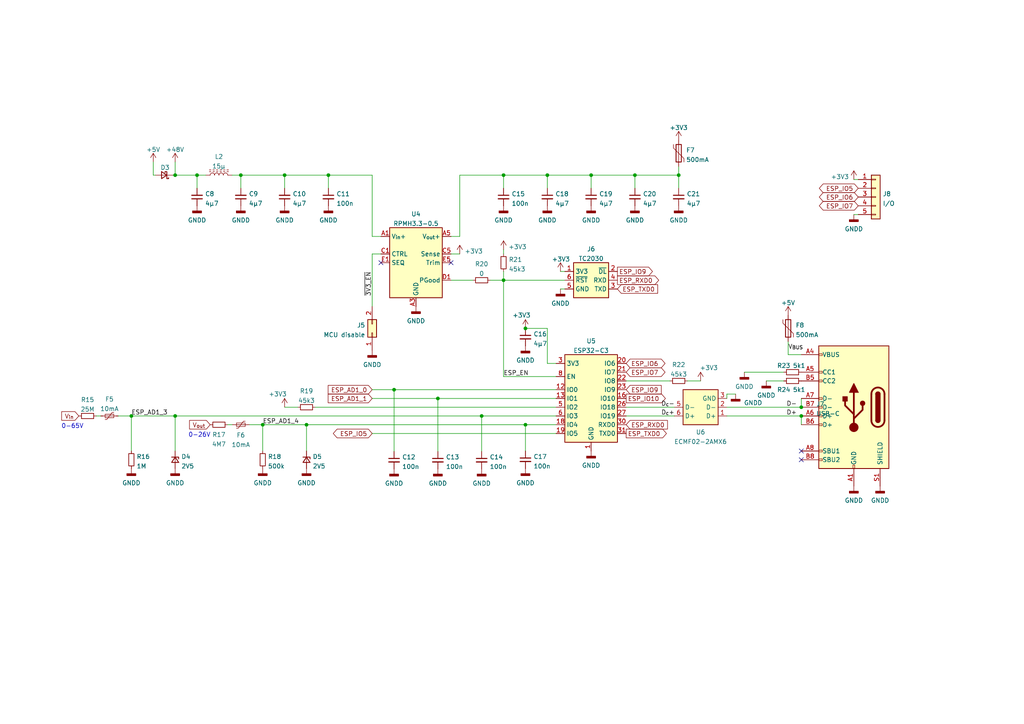
<source format=kicad_sch>
(kicad_sch (version 20211123) (generator eeschema)
  (paper "A4")
  (lib_symbols
    (symbol "Connector:USB_C_Receptacle_USB2.0" (pin_names (offset 1.016))
      (property "Reference" "J" (at -10.16 19.05 0))
      (property "Value" "USB_C_Receptacle_USB2.0" (at 19.05 19.05 0))
      (symbol "USB_C_Receptacle_USB2.0_0_0"
        (rectangle (start -0.254 -17.78) (end 0.254 -16.764))
        (rectangle (start 10.16 -14.986) (end 9.144 -15.494))
        (rectangle (start 10.16 -12.446) (end 9.144 -12.954))
        (rectangle (start 10.16 -4.826) (end 9.144 -5.334))
        (rectangle (start 10.16 -2.286) (end 9.144 -2.794))
        (rectangle (start 10.16 0.254) (end 9.144 -0.254))
        (rectangle (start 10.16 2.794) (end 9.144 2.286))
        (rectangle (start 10.16 7.874) (end 9.144 7.366))
        (rectangle (start 10.16 10.414) (end 9.144 9.906))
        (rectangle (start 10.16 15.494) (end 9.144 14.986))
      )
      (symbol "USB_C_Receptacle_USB2.0_0_1"
        (rectangle (start -10.16 17.78) (end 10.16 -17.78) (stroke (width 0.254)) (fill (type background)))
        (arc (start -8.89 -3.81) (mid -6.985 -5.715) (end -5.08 -3.81) (stroke (width 0.508)))
        (arc (start -7.62 -3.81) (mid -6.985 -4.445) (end -6.35 -3.81) (stroke (width 0.254)))
        (arc (start -7.62 -3.81) (mid -6.985 -4.445) (end -6.35 -3.81) (stroke (width 0.254)) (fill (type outline)))
        (rectangle (start -7.62 -3.81) (end -6.35 3.81) (stroke (width 0.254)) (fill (type outline)))
        (arc (start -6.35 3.81) (mid -6.985 4.445) (end -7.62 3.81) (stroke (width 0.254)))
        (arc (start -6.35 3.81) (mid -6.985 4.445) (end -7.62 3.81) (stroke (width 0.254)) (fill (type outline)))
        (arc (start -5.08 3.81) (mid -6.985 5.715) (end -8.89 3.81) (stroke (width 0.508)))
        (circle (center -2.54 1.143) (radius 0.635) (stroke (width 0.254)) (fill (type outline)))
        (circle (center 0 -5.842) (radius 1.27) (fill (type outline)))
        (polyline (pts (xy -8.89 -3.81) (xy -8.89 3.81)) (stroke (width 0.508)))
        (polyline (pts (xy -5.08 3.81) (xy -5.08 -3.81)) (stroke (width 0.508)))
        (polyline (pts (xy 0 -5.842) (xy 0 4.318)) (stroke (width 0.508)))
        (polyline (pts (xy 0 -3.302) (xy -2.54 -0.762) (xy -2.54 0.508)) (stroke (width 0.508)))
        (polyline (pts (xy 0 -2.032) (xy 2.54 0.508) (xy 2.54 1.778)) (stroke (width 0.508)))
        (polyline (pts (xy -1.27 4.318) (xy 0 6.858) (xy 1.27 4.318) (xy -1.27 4.318)) (stroke (width 0.254)) (fill (type outline)))
        (rectangle (start 1.905 1.778) (end 3.175 3.048) (stroke (width 0.254)) (fill (type outline)))
      )
      (symbol "USB_C_Receptacle_USB2.0_1_1"
        (pin passive line (at 0 -22.86 90) (length 5.08) (name "GND") (number "A1"))
        (pin passive line (at 0 -22.86 90) (length 5.08) hide (name "GND") (number "A12"))
        (pin passive line (at 15.24 15.24 180) (length 5.08) (name "VBUS") (number "A4"))
        (pin bidirectional line (at 15.24 10.16 180) (length 5.08) (name "CC1") (number "A5"))
        (pin bidirectional line (at 15.24 -2.54 180) (length 5.08) (name "D+") (number "A6"))
        (pin bidirectional line (at 15.24 2.54 180) (length 5.08) (name "D-") (number "A7"))
        (pin bidirectional line (at 15.24 -12.7 180) (length 5.08) (name "SBU1") (number "A8"))
        (pin passive line (at 15.24 15.24 180) (length 5.08) hide (name "VBUS") (number "A9"))
        (pin passive line (at 0 -22.86 90) (length 5.08) hide (name "GND") (number "B1"))
        (pin passive line (at 0 -22.86 90) (length 5.08) hide (name "GND") (number "B12"))
        (pin passive line (at 15.24 15.24 180) (length 5.08) hide (name "VBUS") (number "B4"))
        (pin bidirectional line (at 15.24 7.62 180) (length 5.08) (name "CC2") (number "B5"))
        (pin bidirectional line (at 15.24 -5.08 180) (length 5.08) (name "D+") (number "B6"))
        (pin bidirectional line (at 15.24 0 180) (length 5.08) (name "D-") (number "B7"))
        (pin bidirectional line (at 15.24 -15.24 180) (length 5.08) (name "SBU2") (number "B8"))
        (pin passive line (at 15.24 15.24 180) (length 5.08) hide (name "VBUS") (number "B9"))
        (pin passive line (at -7.62 -22.86 90) (length 5.08) (name "SHIELD") (number "S1"))
      )
    )
    (symbol "Connector_Generic:Conn_01x05" (pin_names (offset 1.016) hide)
      (property "Reference" "J" (at 0 7.62 0))
      (property "Value" "Conn_01x05" (at 0 -7.62 0))
      (symbol "Conn_01x05_1_1"
        (rectangle (start -1.27 -4.953) (end 0 -5.207) (stroke (width 0.1524)))
        (rectangle (start -1.27 -2.413) (end 0 -2.667) (stroke (width 0.1524)))
        (rectangle (start -1.27 0.127) (end 0 -0.127) (stroke (width 0.1524)))
        (rectangle (start -1.27 2.667) (end 0 2.413) (stroke (width 0.1524)))
        (rectangle (start -1.27 5.207) (end 0 4.953) (stroke (width 0.1524)))
        (rectangle (start -1.27 6.35) (end 1.27 -6.35) (stroke (width 0.254)) (fill (type background)))
        (pin passive line (at -5.08 5.08 0) (length 3.81) (name "Pin_1") (number "1"))
        (pin passive line (at -5.08 2.54 0) (length 3.81) (name "Pin_2") (number "2"))
        (pin passive line (at -5.08 0 0) (length 3.81) (name "Pin_3") (number "3"))
        (pin passive line (at -5.08 -2.54 0) (length 3.81) (name "Pin_4") (number "4"))
        (pin passive line (at -5.08 -5.08 0) (length 3.81) (name "Pin_5") (number "5"))
      )
    )
    (symbol "Connector_Generic:Conn_02x01" (pin_names (offset 1.016) hide)
      (property "Reference" "J" (at 1.27 2.54 0))
      (property "Value" "Conn_02x01" (at 1.27 -2.54 0))
      (symbol "Conn_02x01_1_1"
        (rectangle (start -1.27 0.127) (end 0 -0.127) (stroke (width 0.1524)))
        (rectangle (start -1.27 1.27) (end 3.81 -1.27) (stroke (width 0.254)) (fill (type background)))
        (rectangle (start 3.81 0.127) (end 2.54 -0.127) (stroke (width 0.1524)))
        (pin passive line (at -5.08 0 0) (length 3.81) (name "Pin_1") (number "1"))
        (pin passive line (at 7.62 0 180) (length 3.81) (name "Pin_2") (number "2"))
      )
    )
    (symbol "Device:C_Small" (pin_numbers hide) (pin_names (offset 0.254) hide)
      (property "Reference" "C" (at 0.254 1.778 0))
      (property "Value" "C_Small" (at 0.254 -2.032 0))
      (symbol "C_Small_0_1"
        (polyline (pts (xy -1.524 -0.508) (xy 1.524 -0.508)) (stroke (width 0.3302)))
        (polyline (pts (xy -1.524 0.508) (xy 1.524 0.508)) (stroke (width 0.3048)))
      )
      (symbol "C_Small_1_1"
        (pin passive line (at 0 2.54 270) (length 2.032) (name "~") (number "1"))
        (pin passive line (at 0 -2.54 90) (length 2.032) (name "~") (number "2"))
      )
    )
    (symbol "Device:D_Schottky_Small" (pin_numbers hide) (pin_names (offset 0.254) hide)
      (property "Reference" "D" (at -1.27 2.032 0))
      (property "Value" "D_Schottky_Small" (at -7.112 -2.032 0))
      (symbol "D_Schottky_Small_0_1"
        (polyline (pts (xy -0.762 0) (xy 0.762 0)))
        (polyline (pts (xy 0.762 -1.016) (xy -0.762 0) (xy 0.762 1.016) (xy 0.762 -1.016)) (stroke (width 0.254)))
        (polyline (pts (xy -1.27 0.762) (xy -1.27 1.016) (xy -0.762 1.016) (xy -0.762 -1.016) (xy -0.254 -1.016) (xy -0.254 -0.762)) (stroke (width 0.254)))
      )
      (symbol "D_Schottky_Small_1_1"
        (pin passive line (at -2.54 0 0) (length 1.778) (name "K") (number "1"))
        (pin passive line (at 2.54 0 180) (length 1.778) (name "A") (number "2"))
      )
    )
    (symbol "Device:D_Zener_Small" (pin_numbers hide) (pin_names (offset 0.254) hide)
      (property "Reference" "D" (at 0 2.286 0))
      (property "Value" "D_Zener_Small" (at 0 -2.286 0))
      (symbol "D_Zener_Small_0_1"
        (polyline (pts (xy 0.762 0) (xy -0.762 0)))
        (polyline (pts (xy -0.254 1.016) (xy -0.762 1.016) (xy -0.762 -1.016)) (stroke (width 0.254)))
        (polyline (pts (xy 0.762 1.016) (xy -0.762 0) (xy 0.762 -1.016) (xy 0.762 1.016)) (stroke (width 0.254)))
      )
      (symbol "D_Zener_Small_1_1"
        (pin passive line (at -2.54 0 0) (length 1.778) (name "K") (number "1"))
        (pin passive line (at 2.54 0 180) (length 1.778) (name "A") (number "2"))
      )
    )
    (symbol "Device:L_Ferrite" (pin_numbers hide) (pin_names (offset 1.016) hide)
      (property "Reference" "L" (at -1.27 0 90))
      (property "Value" "L_Ferrite" (at 2.794 0 90))
      (symbol "L_Ferrite_0_1"
        (arc (start 0 -2.54) (mid 0.635 -1.905) (end 0 -1.27))
        (arc (start 0 -1.27) (mid 0.635 -0.635) (end 0 0))
        (polyline (pts (xy 1.016 -2.794) (xy 1.016 -2.286)))
        (polyline (pts (xy 1.016 -1.778) (xy 1.016 -1.27)))
        (polyline (pts (xy 1.016 -0.762) (xy 1.016 -0.254)))
        (polyline (pts (xy 1.016 0.254) (xy 1.016 0.762)))
        (polyline (pts (xy 1.016 1.27) (xy 1.016 1.778)))
        (polyline (pts (xy 1.016 2.286) (xy 1.016 2.794)))
        (polyline (pts (xy 1.524 -2.286) (xy 1.524 -2.794)))
        (polyline (pts (xy 1.524 -1.27) (xy 1.524 -1.778)))
        (polyline (pts (xy 1.524 -0.254) (xy 1.524 -0.762)))
        (polyline (pts (xy 1.524 0.762) (xy 1.524 0.254)))
        (polyline (pts (xy 1.524 1.778) (xy 1.524 1.27)))
        (polyline (pts (xy 1.524 2.794) (xy 1.524 2.286)))
        (arc (start 0 0) (mid 0.635 0.635) (end 0 1.27))
        (arc (start 0 1.27) (mid 0.635 1.905) (end 0 2.54))
      )
      (symbol "L_Ferrite_1_1"
        (pin passive line (at 0 3.81 270) (length 1.27) (name "1") (number "1"))
        (pin passive line (at 0 -3.81 90) (length 1.27) (name "2") (number "2"))
      )
    )
    (symbol "Device:Polyfuse" (pin_numbers hide) (pin_names (offset 0))
      (property "Reference" "F" (at -2.54 0 90))
      (property "Value" "Polyfuse" (at 2.54 0 90))
      (symbol "Polyfuse_0_1"
        (rectangle (start -0.762 2.54) (end 0.762 -2.54) (stroke (width 0.254)))
        (polyline (pts (xy 0 2.54) (xy 0 -2.54)))
        (polyline (pts (xy -1.524 2.54) (xy -1.524 1.524) (xy 1.524 -1.524) (xy 1.524 -2.54)))
      )
      (symbol "Polyfuse_1_1"
        (pin passive line (at 0 3.81 270) (length 1.27) (name "~") (number "1"))
        (pin passive line (at 0 -3.81 90) (length 1.27) (name "~") (number "2"))
      )
    )
    (symbol "Device:Polyfuse_Small" (pin_numbers hide) (pin_names (offset 0))
      (property "Reference" "F" (at -1.905 0 90))
      (property "Value" "Polyfuse_Small" (at 1.905 0 90))
      (symbol "Polyfuse_Small_0_1"
        (rectangle (start -0.508 1.27) (end 0.508 -1.27))
        (polyline (pts (xy 0 2.54) (xy 0 -2.54)))
        (polyline (pts (xy -1.016 1.27) (xy -1.016 0.762) (xy 1.016 -0.762) (xy 1.016 -1.27)))
      )
      (symbol "Polyfuse_Small_1_1"
        (pin passive line (at 0 2.54 270) (length 0.635) (name "~") (number "1"))
        (pin passive line (at 0 -2.54 90) (length 0.635) (name "~") (number "2"))
      )
    )
    (symbol "Device:R_Small" (pin_numbers hide) (pin_names (offset 0.254) hide)
      (property "Reference" "R" (at 0.762 0.508 0))
      (property "Value" "R_Small" (at 0.762 -1.016 0))
      (symbol "R_Small_0_1"
        (rectangle (start -0.762 1.778) (end 0.762 -1.778) (stroke (width 0.2032)))
      )
      (symbol "R_Small_1_1"
        (pin passive line (at 0 2.54 270) (length 0.762) (name "~") (number "1"))
        (pin passive line (at 0 -2.54 90) (length 0.762) (name "~") (number "2"))
      )
    )
    (symbol "phq_Connector:TC2030-ESP" (in_bom no)
      (property "Reference" "J" (at 0 6.35 0))
      (property "Value" "TC2030-ESP" (at 0 -6.35 0))
      (symbol "TC2030-ESP_0_1"
        (rectangle (start -5.08 5.08) (end 5.08 -5.08) (stroke (width 0.254)) (fill (type background)))
      )
      (symbol "TC2030-ESP_1_1"
        (pin power_out line (at -7.62 2.54 0) (length 2.54) (name "3V3") (number "1"))
        (pin output line (at 7.62 2.54 180) (length 2.54) (name "~{DL}") (number "2"))
        (pin input line (at 7.62 -2.54 180) (length 2.54) (name "TXD") (number "3"))
        (pin output line (at 7.62 0 180) (length 2.54) (name "RXD") (number "4"))
        (pin power_out line (at -7.62 -2.54 0) (length 2.54) (name "GND") (number "5"))
        (pin output line (at -7.62 0 0) (length 2.54) (name "~{RST}") (number "6"))
      )
    )
    (symbol "phq_IC:ECMF02-2AMX6"
      (property "Reference" "U" (at 0 6.35 0))
      (property "Value" "ECMF02-2AMX6" (at 0 -6.35 0))
      (symbol "ECMF02-2AMX6_0_1"
        (rectangle (start -5.08 5.08) (end 5.08 -5.08) (stroke (width 0.254)) (fill (type background)))
      )
      (symbol "ECMF02-2AMX6_1_1"
        (pin passive line (at -7.62 2.54 0) (length 2.54) (name "D+") (number "1"))
        (pin passive line (at -7.62 0 0) (length 2.54) (name "D-") (number "2"))
        (pin passive line (at -7.62 -2.54 0) (length 2.54) (name "GND") (number "3"))
        (pin passive line (at -7.62 -2.54 0) (length 2.54) hide (name "NC") (number "4"))
        (pin passive line (at 7.62 0 180) (length 2.54) (name "D-") (number "5"))
        (pin passive line (at 7.62 2.54 180) (length 2.54) (name "D+") (number "6"))
      )
    )
    (symbol "phq_Module:ESP32-C3-MINI-1U"
      (property "Reference" "U" (at 0 15.3965 0))
      (property "Value" "ESP32-C3-MINI-1U" (at 0 12.6214 0))
      (symbol "ESP32-C3-MINI-1U_0_0"
        (pin power_in line (at 0 -16.51 90) (length 2.54) hide (name "GND") (number "49_9"))
      )
      (symbol "ESP32-C3-MINI-1U_0_1"
        (rectangle (start -7.62 11.43) (end 7.62 -13.97) (stroke (width 0.254)) (fill (type background)))
      )
      (symbol "ESP32-C3-MINI-1U_1_1"
        (pin power_in line (at 0 -16.51 90) (length 2.54) (name "GND") (number "1"))
        (pin no_connect line (at -0.635 0.635 270) (length 2.54) hide (name "NC") (number "10"))
        (pin power_in line (at 0 -16.51 90) (length 2.54) hide (name "GND") (number "11"))
        (pin bidirectional line (at -10.16 1.27 0) (length 2.54) (name "IO0") (number "12"))
        (pin bidirectional line (at -10.16 -1.27 0) (length 2.54) (name "IO1") (number "13"))
        (pin power_in line (at 0 -16.51 90) (length 2.54) hide (name "GND") (number "14"))
        (pin no_connect line (at -0.635 0.635 270) (length 2.54) hide (name "NC") (number "15"))
        (pin bidirectional line (at 10.16 -1.27 180) (length 2.54) (name "IO10") (number "16"))
        (pin no_connect line (at -0.635 0.635 270) (length 2.54) hide (name "NC") (number "17"))
        (pin bidirectional line (at -10.16 -8.89 0) (length 2.54) (name "IO4") (number "18"))
        (pin bidirectional line (at -10.16 -11.43 0) (length 2.54) (name "IO5") (number "19"))
        (pin power_in line (at 0 -16.51 90) (length 2.54) hide (name "GND") (number "2"))
        (pin bidirectional line (at 10.16 8.89 180) (length 2.54) (name "IO6") (number "20"))
        (pin bidirectional line (at 10.16 6.35 180) (length 2.54) (name "IO7") (number "21"))
        (pin bidirectional line (at 10.16 3.81 180) (length 2.54) (name "IO8") (number "22"))
        (pin bidirectional line (at 10.16 1.27 180) (length 2.54) (name "IO9") (number "23"))
        (pin no_connect line (at -0.635 0.635 270) (length 2.54) hide (name "NC") (number "24"))
        (pin no_connect line (at -0.635 0.635 270) (length 2.54) hide (name "NC") (number "25"))
        (pin bidirectional line (at 10.16 -3.81 180) (length 2.54) (name "IO18") (number "26"))
        (pin bidirectional line (at 10.16 -6.35 180) (length 2.54) (name "IO19") (number "27"))
        (pin no_connect line (at -0.635 0.635 270) (length 2.54) hide (name "NC") (number "28"))
        (pin no_connect line (at -0.635 0.635 270) (length 2.54) hide (name "NC") (number "29"))
        (pin power_in line (at -10.16 8.89 0) (length 2.54) (name "3V3") (number "3"))
        (pin bidirectional line (at 10.16 -8.89 180) (length 2.54) (name "RXD0") (number "30"))
        (pin bidirectional line (at 10.16 -11.43 180) (length 2.54) (name "TXD0") (number "31"))
        (pin no_connect line (at -0.635 0.635 270) (length 2.54) hide (name "NC") (number "32"))
        (pin no_connect line (at -0.635 0.635 270) (length 2.54) hide (name "NC") (number "33"))
        (pin no_connect line (at -0.635 0.635 270) (length 2.54) hide (name "NC") (number "34"))
        (pin no_connect line (at -0.635 0.635 270) (length 2.54) hide (name "NC") (number "35"))
        (pin power_in line (at 0 -16.51 90) (length 2.54) hide (name "GND") (number "36"))
        (pin power_in line (at 0 -16.51 90) (length 2.54) hide (name "GND") (number "37"))
        (pin power_in line (at 0 -16.51 90) (length 2.54) hide (name "GND") (number "38"))
        (pin power_in line (at 0 -16.51 90) (length 2.54) hide (name "GND") (number "39"))
        (pin no_connect line (at -0.635 0.635 270) (length 2.54) hide (name "NC") (number "4"))
        (pin power_in line (at 0 -16.51 90) (length 2.54) hide (name "GND") (number "40"))
        (pin power_in line (at 0 -16.51 90) (length 2.54) hide (name "GND") (number "41"))
        (pin power_in line (at 0 -16.51 90) (length 2.54) hide (name "GND") (number "42"))
        (pin power_in line (at 0 -16.51 90) (length 2.54) hide (name "GND") (number "43"))
        (pin power_in line (at 0 -16.51 90) (length 2.54) hide (name "GND") (number "44"))
        (pin power_in line (at 0 -16.51 90) (length 2.54) hide (name "GND") (number "45"))
        (pin power_in line (at 0 -16.51 90) (length 2.54) hide (name "GND") (number "46"))
        (pin power_in line (at 0 -16.51 90) (length 2.54) hide (name "GND") (number "47"))
        (pin power_in line (at 0 -16.51 90) (length 2.54) hide (name "GND") (number "48"))
        (pin power_in line (at 0 -16.51 90) (length 2.54) hide (name "GND") (number "49_1"))
        (pin power_in line (at 0 -16.51 90) (length 2.54) hide (name "GND") (number "49_2"))
        (pin power_in line (at 0 -16.51 90) (length 2.54) hide (name "GND") (number "49_3"))
        (pin power_in line (at 0 -16.51 90) (length 2.54) hide (name "GND") (number "49_4"))
        (pin power_in line (at 0 -16.51 90) (length 2.54) hide (name "GND") (number "49_5"))
        (pin power_in line (at 0 -16.51 90) (length 2.54) hide (name "GND") (number "49_6"))
        (pin power_in line (at 0 -16.51 90) (length 2.54) hide (name "GND") (number "49_7"))
        (pin power_in line (at 0 -16.51 90) (length 2.54) hide (name "GND") (number "49_8"))
        (pin bidirectional line (at -10.16 -3.81 0) (length 2.54) (name "IO2") (number "5"))
        (pin power_in line (at 0 -16.51 90) (length 2.54) hide (name "GND") (number "50"))
        (pin power_in line (at 0 -16.51 90) (length 2.54) hide (name "GND") (number "51"))
        (pin power_in line (at 0 -16.51 90) (length 2.54) hide (name "GND") (number "52"))
        (pin power_in line (at 0 -16.51 90) (length 2.54) hide (name "GND") (number "53"))
        (pin bidirectional line (at -10.16 -6.35 0) (length 2.54) (name "IO3") (number "6"))
        (pin no_connect line (at -0.635 0.635 270) (length 2.54) hide (name "NC") (number "7"))
        (pin input line (at -10.16 5.08 0) (length 2.54) (name "EN") (number "8"))
        (pin no_connect line (at -0.635 0.635 270) (length 2.54) hide (name "NC") (number "9"))
      )
    )
    (symbol "phq_Module:RPMH3.3-0.5"
      (property "Reference" "U" (at -6.35 11.43 0))
      (property "Value" "RPMH3.3-0.5" (at 3.81 11.43 0))
      (symbol "RPMH3.3-0.5_0_1"
        (rectangle (start -7.62 10.16) (end 7.62 -10.16) (stroke (width 0.254)) (fill (type background)))
      )
      (symbol "RPMH3.3-0.5_1_1"
        (pin power_in line (at -10.16 7.62 0) (length 2.54) (name "V_{in}+") (number "A1"))
        (pin passive line (at -10.16 7.62 0) (length 2.54) hide (name "V_{in}+") (number "A2"))
        (pin power_in line (at 0 -12.7 90) (length 2.54) (name "GND") (number "A3"))
        (pin passive line (at 0 -12.7 90) (length 2.54) hide (name "GND") (number "A4"))
        (pin power_out line (at 10.16 7.62 180) (length 2.54) (name "V_{out}+") (number "A5"))
        (pin passive line (at 0 -12.7 90) (length 2.54) hide (name "GND") (number "B1"))
        (pin passive line (at 0 -12.7 90) (length 2.54) hide (name "GND") (number "B2"))
        (pin passive line (at 0 -12.7 90) (length 2.54) hide (name "GND") (number "B3"))
        (pin passive line (at 0 -12.7 90) (length 2.54) hide (name "GND") (number "B4"))
        (pin passive line (at 10.16 7.62 180) (length 2.54) hide (name "V_{out}+") (number "B5"))
        (pin input line (at -10.16 2.54 0) (length 2.54) (name "CTRL") (number "C1"))
        (pin passive line (at 0 -12.7 90) (length 2.54) hide (name "GND") (number "C2"))
        (pin passive line (at 0 -12.7 90) (length 2.54) hide (name "GND") (number "C3"))
        (pin passive line (at 0 -12.7 90) (length 2.54) hide (name "GND") (number "C4"))
        (pin input line (at 10.16 2.54 180) (length 2.54) (name "Sense") (number "C5"))
        (pin output line (at 10.16 -5.08 180) (length 2.54) (name "PGood") (number "D1"))
        (pin passive line (at 0 -12.7 90) (length 2.54) hide (name "GND") (number "D2"))
        (pin passive line (at 0 -12.7 90) (length 2.54) hide (name "GND") (number "D3"))
        (pin passive line (at 0 -12.7 90) (length 2.54) hide (name "GND") (number "D4"))
        (pin passive line (at 0 -12.7 90) (length 2.54) hide (name "GND") (number "D5"))
        (pin passive line (at -10.16 0 0) (length 2.54) (name "SEQ") (number "E1"))
        (pin no_connect line (at -7.62 -5.08 0) (length 2.54) hide (name "NC") (number "E2"))
        (pin passive line (at 0 -12.7 90) (length 2.54) hide (name "GND") (number "E3"))
        (pin passive line (at 0 -12.7 90) (length 2.54) hide (name "GND") (number "E4"))
        (pin input line (at 10.16 0 180) (length 2.54) (name "Trim") (number "E5"))
      )
    )
    (symbol "power:+3V3" (power) (pin_names (offset 0))
      (property "Value" "+3V3" (at 0 3.556 0))
      (symbol "+3V3_0_1"
        (polyline (pts (xy -0.762 1.27) (xy 0 2.54)))
        (polyline (pts (xy 0 0) (xy 0 2.54)))
        (polyline (pts (xy 0 2.54) (xy 0.762 1.27)))
      )
      (symbol "+3V3_1_1"
        (pin power_in line (at 0 0 90) (length 0) hide (name "+3V3") (number "1"))
      )
    )
    (symbol "power:+48V" (power) (pin_names (offset 0))
      (property "Value" "+48V" (at 0 3.556 0))
      (symbol "+48V_0_1"
        (polyline (pts (xy -0.762 1.27) (xy 0 2.54)))
        (polyline (pts (xy 0 0) (xy 0 2.54)))
        (polyline (pts (xy 0 2.54) (xy 0.762 1.27)))
      )
      (symbol "+48V_1_1"
        (pin power_in line (at 0 0 90) (length 0) hide (name "+48V") (number "1"))
      )
    )
    (symbol "power:+5V" (power) (pin_names (offset 0))
      (property "Value" "+5V" (at 0 3.556 0))
      (symbol "+5V_0_1"
        (polyline (pts (xy -0.762 1.27) (xy 0 2.54)))
        (polyline (pts (xy 0 0) (xy 0 2.54)))
        (polyline (pts (xy 0 2.54) (xy 0.762 1.27)))
      )
      (symbol "+5V_1_1"
        (pin power_in line (at 0 0 90) (length 0) hide (name "+5V") (number "1"))
      )
    )
    (symbol "power:GNDD" (power) (pin_names (offset 0))
      (property "Value" "GNDD" (at 0 -3.175 0))
      (symbol "GNDD_0_1"
        (rectangle (start -1.27 -1.524) (end 1.27 -2.032) (stroke (width 0.254)) (fill (type outline)))
        (polyline (pts (xy 0 0) (xy 0 -1.524)))
      )
      (symbol "GNDD_1_1"
        (pin power_in line (at 0 0 270) (length 0) hide (name "GNDD") (number "1"))
      )
    )
  )
  (junction (at 38.1 120.65))
  (junction (at 146.05 50.8))
  (junction (at 50.8 120.65))
  (junction (at 127 115.57))
  (junction (at 114.3 113.03))
  (junction (at 146.05 81.28))
  (junction (at 196.85 50.8))
  (junction (at 69.85 50.8))
  (junction (at 152.4 123.19))
  (junction (at 158.75 50.8))
  (junction (at 82.55 50.8))
  (junction (at 152.4 95.25))
  (junction (at 50.8 50.8))
  (junction (at 232.41 120.65))
  (junction (at 171.45 50.8))
  (junction (at 57.15 50.8))
  (junction (at 88.9 123.19))
  (junction (at 232.41 118.11))
  (junction (at 95.25 50.8))
  (junction (at 76.2 123.19))
  (junction (at 184.15 50.8))
  (junction (at 139.7 120.65))
  (no_connect (at 110.49 76.2))
  (no_connect (at 130.81 76.2))
  (no_connect (at 232.41 133.35))
  (no_connect (at 232.41 130.81))
  (wire (pts (xy 38.1 120.65) (xy 38.1 130.81)))
  (wire (pts (xy 171.45 50.8) (xy 184.15 50.8)))
  (wire (pts (xy 114.3 113.03) (xy 114.3 130.937)))
  (wire (pts (xy 27.94 120.65) (xy 29.21 120.65)))
  (wire (pts (xy 232.41 115.57) (xy 232.41 118.11)))
  (wire (pts (xy 110.49 73.66) (xy 107.95 73.66)))
  (wire (pts (xy 163.83 78.74) (xy 162.56 78.74)))
  (wire (pts (xy 139.7 120.65) (xy 161.29 120.65)))
  (wire (pts (xy 107.95 73.66) (xy 107.95 88.9)))
  (wire (pts (xy 171.45 50.8) (xy 171.45 54.61)))
  (wire (pts (xy 248.92 52.07) (xy 247.65 52.07)))
  (wire (pts (xy 50.8 120.65) (xy 50.8 130.81)))
  (wire (pts (xy 133.35 50.8) (xy 133.35 68.58)))
  (wire (pts (xy 210.82 114.3) (xy 213.36 114.3)))
  (wire (pts (xy 158.75 50.8) (xy 158.75 54.61)))
  (wire (pts (xy 232.41 120.65) (xy 210.82 120.65)))
  (wire (pts (xy 107.95 50.8) (xy 107.95 68.58)))
  (wire (pts (xy 82.55 118.11) (xy 86.36 118.11)))
  (wire (pts (xy 196.85 54.61) (xy 196.85 50.8)))
  (wire (pts (xy 114.3 113.03) (xy 161.29 113.03)))
  (wire (pts (xy 146.05 50.8) (xy 146.05 54.61)))
  (wire (pts (xy 107.95 115.57) (xy 127 115.57)))
  (wire (pts (xy 82.55 50.8) (xy 95.25 50.8)))
  (wire (pts (xy 107.95 125.73) (xy 161.29 125.73)))
  (wire (pts (xy 88.9 123.19) (xy 88.9 130.81)))
  (wire (pts (xy 163.83 83.82) (xy 162.56 83.82)))
  (wire (pts (xy 228.6 102.87) (xy 228.6 99.06)))
  (wire (pts (xy 44.45 46.99) (xy 44.45 50.8)))
  (wire (pts (xy 196.85 48.26) (xy 196.85 50.8)))
  (wire (pts (xy 161.29 109.22) (xy 146.05 109.22)))
  (wire (pts (xy 232.41 102.87) (xy 228.6 102.87)))
  (wire (pts (xy 137.16 81.28) (xy 130.81 81.28)))
  (wire (pts (xy 67.31 123.19) (xy 66.04 123.19)))
  (wire (pts (xy 107.95 68.58) (xy 110.49 68.58)))
  (wire (pts (xy 146.05 81.28) (xy 163.83 81.28)))
  (wire (pts (xy 107.95 113.03) (xy 114.3 113.03)))
  (wire (pts (xy 130.81 68.58) (xy 133.35 68.58)))
  (wire (pts (xy 130.81 73.66) (xy 133.35 73.66)))
  (wire (pts (xy 57.15 54.61) (xy 57.15 50.8)))
  (wire (pts (xy 88.9 123.19) (xy 152.4 123.19)))
  (wire (pts (xy 194.31 110.49) (xy 181.61 110.49)))
  (wire (pts (xy 232.41 118.11) (xy 210.82 118.11)))
  (wire (pts (xy 69.85 50.8) (xy 82.55 50.8)))
  (wire (pts (xy 161.29 105.41) (xy 158.75 105.41)))
  (wire (pts (xy 146.05 78.74) (xy 146.05 81.28)))
  (wire (pts (xy 57.15 50.8) (xy 59.69 50.8)))
  (wire (pts (xy 184.15 50.8) (xy 196.85 50.8)))
  (wire (pts (xy 158.75 50.8) (xy 171.45 50.8)))
  (wire (pts (xy 146.05 81.28) (xy 146.05 109.22)))
  (wire (pts (xy 248.92 62.23) (xy 247.65 62.23)))
  (wire (pts (xy 50.8 120.65) (xy 139.7 120.65)))
  (wire (pts (xy 152.4 123.19) (xy 161.29 123.19)))
  (wire (pts (xy 76.2 123.19) (xy 76.2 130.81)))
  (wire (pts (xy 67.31 50.8) (xy 69.85 50.8)))
  (wire (pts (xy 50.165 50.8) (xy 50.8 50.8)))
  (wire (pts (xy 146.05 73.66) (xy 146.05 72.39)))
  (wire (pts (xy 139.7 120.65) (xy 139.7 130.937)))
  (wire (pts (xy 127 115.57) (xy 127 130.937)))
  (wire (pts (xy 95.25 54.61) (xy 95.25 50.8)))
  (wire (pts (xy 95.25 50.8) (xy 107.95 50.8)))
  (wire (pts (xy 146.05 50.8) (xy 158.75 50.8)))
  (wire (pts (xy 91.44 118.11) (xy 161.29 118.11)))
  (wire (pts (xy 227.33 110.49) (xy 222.25 110.49)))
  (wire (pts (xy 203.2 110.49) (xy 199.39 110.49)))
  (wire (pts (xy 38.1 120.65) (xy 50.8 120.65)))
  (wire (pts (xy 152.4 123.19) (xy 152.4 130.81)))
  (wire (pts (xy 76.2 123.19) (xy 88.9 123.19)))
  (wire (pts (xy 227.33 107.95) (xy 215.9 107.95)))
  (wire (pts (xy 158.75 95.25) (xy 152.4 95.25)))
  (wire (pts (xy 72.39 123.19) (xy 76.2 123.19)))
  (wire (pts (xy 50.8 50.8) (xy 57.15 50.8)))
  (wire (pts (xy 184.15 50.8) (xy 184.15 54.61)))
  (wire (pts (xy 82.55 54.61) (xy 82.55 50.8)))
  (wire (pts (xy 44.45 50.8) (xy 45.085 50.8)))
  (wire (pts (xy 210.82 115.57) (xy 210.82 114.3)))
  (wire (pts (xy 181.61 118.11) (xy 195.58 118.11)))
  (wire (pts (xy 127 115.57) (xy 161.29 115.57)))
  (wire (pts (xy 50.8 46.99) (xy 50.8 50.8)))
  (wire (pts (xy 232.41 120.65) (xy 232.41 123.19)))
  (wire (pts (xy 158.75 105.41) (xy 158.75 95.25)))
  (wire (pts (xy 181.61 120.65) (xy 195.58 120.65)))
  (wire (pts (xy 69.85 54.61) (xy 69.85 50.8)))
  (wire (pts (xy 142.24 81.28) (xy 146.05 81.28)))
  (wire (pts (xy 133.35 50.8) (xy 146.05 50.8)))
  (wire (pts (xy 34.29 120.65) (xy 38.1 120.65)))
  (text "0-26V" (at 54.61 127 0) (effects (font (size 1.27 1.27)) (justify left bottom)))
  (text "0-65V" (at 17.78 124.46 0) (effects (font (size 1.27 1.27)) (justify left bottom)))
  (label "ESP_EN" (at 146.05 109.22 0))
  (label "ESP_AD1_4" (at 76.2 123.19 0))
  (label "D+" (at 231.14 120.65 180))
  (label "D_{c}-" (at 191.77 118.11 0))
  (label "~{3V3_EN}" (at 107.95 78.74 270))
  (label "ESP_AD1_3" (at 38.1 120.65 0))
  (label "V_{BUS}" (at 228.6 101.6 0))
  (label "D-" (at 231.14 118.11 180))
  (label "D_{c}+" (at 191.77 120.65 0))
  (global_label "ESP_IO7" (shape bidirectional) (at 181.61 107.95 0) (property "Intersheet References" "${INTERSHEET_REFS}" (effects hide)))
  (global_label "V_{in}" (shape input) (at 22.86 120.65 180) (property "Intersheet References" "${INTERSHEET_REFS}" (effects hide)))
  (global_label "ESP_IO9" (shape input) (at 181.61 113.03 0) (property "Intersheet References" "${INTERSHEET_REFS}" (effects hide)))
  (global_label "ESP_IO6" (shape bidirectional) (at 181.61 105.41 0) (property "Intersheet References" "${INTERSHEET_REFS}" (effects hide)))
  (global_label "ESP_IO9" (shape output) (at 179.07 78.74 0) (property "Intersheet References" "${INTERSHEET_REFS}" (effects hide)))
  (global_label "V_{out}" (shape input) (at 60.96 123.19 180) (property "Intersheet References" "${INTERSHEET_REFS}" (effects hide)))
  (global_label "ESP_IO7" (shape bidirectional) (at 248.92 59.69 180) (property "Intersheet References" "${INTERSHEET_REFS}" (effects hide)))
  (global_label "ESP_IO10" (shape output) (at 181.61 115.57 0) (property "Intersheet References" "${INTERSHEET_REFS}" (effects hide)))
  (global_label "ESP_RXD0" (shape input) (at 181.61 123.19 0) (property "Intersheet References" "${INTERSHEET_REFS}" (effects hide)))
  (global_label "ESP_TXD0" (shape output) (at 181.61 125.73 0) (property "Intersheet References" "${INTERSHEET_REFS}" (effects hide)))
  (global_label "ESP_IO6" (shape bidirectional) (at 248.92 57.15 180) (property "Intersheet References" "${INTERSHEET_REFS}" (effects hide)))
  (global_label "ESP_IO5" (shape bidirectional) (at 107.95 125.73 180) (property "Intersheet References" "${INTERSHEET_REFS}" (effects hide)))
  (global_label "ESP_RXD0" (shape output) (at 179.07 81.28 0) (property "Intersheet References" "${INTERSHEET_REFS}" (effects hide)))
  (global_label "ESP_AD1_1" (shape input) (at 107.95 115.57 180) (property "Intersheet References" "${INTERSHEET_REFS}" (effects hide)))
  (global_label "ESP_TXD0" (shape input) (at 179.07 83.82 0) (property "Intersheet References" "${INTERSHEET_REFS}" (effects hide)))
  (global_label "ESP_IO5" (shape bidirectional) (at 248.92 54.61 180) (property "Intersheet References" "${INTERSHEET_REFS}" (effects hide)))
  (global_label "ESP_AD1_0" (shape input) (at 107.95 113.03 180) (property "Intersheet References" "${INTERSHEET_REFS}" (effects hide)))
  (symbol (lib_id "phq_Module:RPMH3.3-0.5") (at 120.65 76.2 0) (unit 1)
    (property "Reference" "U4" (at 120.65 62.0735 0))
    (property "Value" "RPMH3.3-0.5" (at 120.65 64.8486 0))
    (property "Footprint" "Converter_DCDC:Converter_DCDC_RECOM_RPMx.x-x.0" (effects hide))
    (property "Datasheet" "https://www.recom-power.com/pdf/Innoline/RPM-0.5.pdf" (effects hide))
  )
  (symbol (lib_id "Device:C_Small") (at 146.05 57.15 0) (unit 1)
    (property "Reference" "C15" (at 148.3741 56.2478 0) (effects (justify left)))
    (property "Value" "100n" (at 148.3741 59.0229 0) (effects (justify left)))
    (property "Footprint" "Capacitor_SMD:C_0402_1005Metric" (effects hide))
    (property "Manufacturer" "Murata" (effects hide))
    (property "Part Number" "GRM033R71E102KA01E" (effects hide))
  )
  (symbol (lib_id "power:+3V3") (at 133.35 73.66 0) (unit 1)
    (property "Reference" "#PWR040" (effects hide))
    (property "Value" "+3V3" (at 134.747 72.869 0) (effects (justify left)))
  )
  (symbol (lib_id "Device:R_Small") (at 38.1 133.35 0) (unit 1)
    (property "Reference" "R16" (at 39.5986 132.4415 0) (effects (justify left)))
    (property "Value" "1M" (at 39.5986 135.2166 0) (effects (justify left)))
    (property "Footprint" "Resistor_SMD:R_0603_1608Metric" (effects hide))
  )
  (symbol (lib_id "Device:C_Small") (at 114.3 133.477 0) (unit 1)
    (property "Reference" "C12" (at 116.6241 132.5748 0) (effects (justify left)))
    (property "Value" "100 n" (at 116.6241 135.3499 0) (effects (justify left)))
    (property "Footprint" "Capacitor_SMD:C_0402_1005Metric" (effects hide))
    (property "Manufacturer" "Taiyo Yuden" (effects hide))
    (property "Part Number" " JMK105B7104KV-F" (effects hide))
  )
  (symbol (lib_id "Device:D_Zener_Small") (at 50.8 133.35 270) (unit 1)
    (property "Reference" "D4" (at 52.578 132.4415 90) (effects (justify left)))
    (property "Value" "2V5" (at 52.578 135.2166 90) (effects (justify left)))
    (property "Footprint" "Diode_SMD:D_0402_1005Metric" (effects hide))
    (property "Manufacturer" "Semtech" (effects hide))
    (property "Part Number" " UCLAMP2501T.TCT " (effects hide))
  )
  (symbol (lib_id "power:GNDD") (at 88.9 135.89 0) (unit 1)
    (property "Reference" "#PWR034" (effects hide))
    (property "Value" "GNDD" (at 88.9 140.0715 0))
  )
  (symbol (lib_id "Device:R_Small") (at 196.85 110.49 90) (unit 1)
    (property "Reference" "R22" (at 196.85 105.7869 90))
    (property "Value" "45k3" (at 196.85 108.562 90))
    (property "Footprint" "Resistor_SMD:R_0603_1608Metric" (effects hide))
  )
  (symbol (lib_id "Connector_Generic:Conn_02x01") (at 107.95 96.52 90) (unit 1)
    (property "Reference" "J5" (at 105.9181 94.3415 90) (effects (justify left)))
    (property "Value" "MCU disable" (at 105.9181 97.1166 90) (effects (justify left)))
    (property "Footprint" "Connector_PinHeader_2.00mm:PinHeader_2x01_P2.00mm_Vertical" (effects hide))
  )
  (symbol (lib_id "Device:C_Small") (at 171.45 57.15 0) (unit 1)
    (property "Reference" "C19" (at 173.7741 56.2478 0) (effects (justify left)))
    (property "Value" "4µ7" (at 173.7741 59.0229 0) (effects (justify left)))
    (property "Footprint" "Capacitor_SMD:C_0805_2012Metric" (effects hide))
    (property "Manufacturer" "Murata" (effects hide))
    (property "Part Number" "GRM21BR71A475KE51L" (effects hide))
  )
  (symbol (lib_id "power:GNDD") (at 152.4 100.33 0) (unit 1)
    (property "Reference" "#PWR045" (effects hide))
    (property "Value" "GNDD" (at 152.4 104.5115 0))
  )
  (symbol (lib_id "power:GNDD") (at 114.3 136.017 0) (unit 1)
    (property "Reference" "#PWR037" (effects hide))
    (property "Value" "GNDD" (at 114.3 140.1985 0))
  )
  (symbol (lib_id "power:GNDD") (at 82.55 59.69 0) (unit 1)
    (property "Reference" "#PWR032" (effects hide))
    (property "Value" "GNDD" (at 82.55 63.8715 0))
  )
  (symbol (lib_id "power:+3V3") (at 203.2 110.49 0) (unit 1)
    (property "Reference" "#PWR055" (effects hide))
    (property "Value" "+3V3" (at 202.946 106.68 0) (effects (justify left)))
  )
  (symbol (lib_id "power:+3V3") (at 82.55 118.11 0) (unit 1)
    (property "Reference" "#PWR033" (effects hide))
    (property "Value" "+3V3" (at 83.185 114.3 0) (effects (justify right)))
  )
  (symbol (lib_id "power:+3V3") (at 146.05 72.39 0) (unit 1)
    (property "Reference" "#PWR043" (effects hide))
    (property "Value" "+3V3" (at 147.447 71.599 0) (effects (justify left)))
  )
  (symbol (lib_id "Device:C_Small") (at 69.85 57.15 180) (unit 1)
    (property "Reference" "C9" (at 72.1741 56.2351 0) (effects (justify right)))
    (property "Value" "4µ7" (at 72.1741 59.0102 0) (effects (justify right)))
    (property "Footprint" "Capacitor_SMD:C_1206_3216Metric" (effects hide))
    (property "Manufacturer" "Murata" (effects hide))
    (property "Part Number" " GRJ31CZ72A475KE01L" (effects hide))
  )
  (symbol (lib_id "power:GNDD") (at 162.56 83.82 0) (unit 1)
    (property "Reference" "#PWR049" (effects hide))
    (property "Value" "GNDD" (at 162.56 88.0015 0))
  )
  (symbol (lib_id "Device:C_Small") (at 127 133.477 0) (unit 1)
    (property "Reference" "C13" (at 129.3241 132.5748 0) (effects (justify left)))
    (property "Value" "100 n" (at 129.3241 135.3499 0) (effects (justify left)))
    (property "Footprint" "Capacitor_SMD:C_0402_1005Metric" (effects hide))
  )
  (symbol (lib_id "power:GNDD") (at 222.25 110.49 0) (unit 1)
    (property "Reference" "#PWR058" (effects hide))
    (property "Value" "GNDD" (at 222.25 114.6715 0))
  )
  (symbol (lib_id "phq_Connector:TC2030-ESP") (at 171.45 81.28 0) (unit 1) (in_bom no)
    (property "Reference" "J6" (at 171.45 72.2335 0))
    (property "Value" "TC2030" (at 171.45 75.0086 0))
    (property "Footprint" "phq_Connector:TC2030" (effects hide))
  )
  (symbol (lib_id "power:GNDD") (at 184.15 59.69 0) (unit 1)
    (property "Reference" "#PWR052" (effects hide))
    (property "Value" "GNDD" (at 184.15 63.8715 0))
  )
  (symbol (lib_id "power:GNDD") (at 152.4 135.89 0) (unit 1)
    (property "Reference" "#PWR046" (effects hide))
    (property "Value" "GNDD" (at 152.4 140.0715 0))
  )
  (symbol (lib_id "power:GNDD") (at 213.36 114.3 0) (unit 1)
    (property "Reference" "#PWR056" (effects hide))
    (property "Value" "GNDD" (at 218.44 116.84 0))
  )
  (symbol (lib_id "power:GNDD") (at 215.9 107.95 0) (unit 1)
    (property "Reference" "#PWR057" (effects hide))
    (property "Value" "GNDD" (at 215.9 112.1315 0))
  )
  (symbol (lib_id "power:GNDD") (at 57.15 59.69 0) (unit 1)
    (property "Reference" "#PWR029" (effects hide))
    (property "Value" "GNDD" (at 57.15 63.8715 0))
  )
  (symbol (lib_id "power:GNDD") (at 196.85 59.69 0) (unit 1)
    (property "Reference" "#PWR054" (effects hide))
    (property "Value" "GNDD" (at 196.85 63.8715 0))
  )
  (symbol (lib_id "power:+3V3") (at 247.65 52.07 0) (mirror y) (unit 1)
    (property "Reference" "#PWR060" (effects hide))
    (property "Value" "+3V3" (at 246.253 51.279 0) (effects (justify left)))
  )
  (symbol (lib_id "power:GNDD") (at 247.65 62.23 0) (unit 1)
    (property "Reference" "#PWR061" (effects hide))
    (property "Value" "GNDD" (at 247.65 66.4115 0))
  )
  (symbol (lib_id "Device:R_Small") (at 229.87 107.95 270) (mirror x) (unit 1)
    (property "Reference" "R23" (at 227.33 106.045 90))
    (property "Value" "5k1" (at 231.775 106.045 90))
    (property "Footprint" "Resistor_SMD:R_0603_1608Metric" (effects hide))
  )
  (symbol (lib_id "Device:C_Small") (at 139.7 133.477 0) (unit 1)
    (property "Reference" "C14" (at 142.0241 132.5748 0) (effects (justify left)))
    (property "Value" "100 n" (at 142.0241 135.3499 0) (effects (justify left)))
    (property "Footprint" "Capacitor_SMD:C_0402_1005Metric" (effects hide))
  )
  (symbol (lib_id "Device:R_Small") (at 146.05 76.2 0) (unit 1)
    (property "Reference" "R21" (at 147.5486 75.2915 0) (effects (justify left)))
    (property "Value" "45k3" (at 147.5486 78.0666 0) (effects (justify left)))
    (property "Footprint" "Resistor_SMD:R_0603_1608Metric" (effects hide))
  )
  (symbol (lib_id "Device:R_Small") (at 25.4 120.65 90) (unit 1)
    (property "Reference" "R15" (at 25.4 115.9469 90))
    (property "Value" "25M" (at 25.4 118.722 90))
    (property "Footprint" "Resistor_SMD:R_0603_1608Metric" (effects hide))
  )
  (symbol (lib_id "phq_IC:ECMF02-2AMX6") (at 203.2 118.11 180) (unit 1)
    (property "Reference" "U6" (at 203.2 125.3395 0))
    (property "Value" "ECMF02-2AMX6" (at 203.2 128.1146 0))
    (property "Footprint" "Package_DFN_QFN:ST_UQFN-6L_1.5x1.7mm_Pitch0.5mm" (effects hide))
    (property "Datasheet" "https://www.st.com/resource/en/datasheet/ecmf02-2amx6.pdf" (effects hide))
  )
  (symbol (lib_id "Device:R_Small") (at 139.7 81.28 90) (unit 1)
    (property "Reference" "R20" (at 139.7 76.5769 90))
    (property "Value" "0" (at 139.7 79.352 90))
    (property "Footprint" "Resistor_SMD:R_0603_1608Metric" (effects hide))
  )
  (symbol (lib_id "power:+48V") (at 50.8 46.99 0) (unit 1)
    (property "Reference" "#PWR027" (effects hide))
    (property "Value" "+48V" (at 50.8 43.3855 0))
  )
  (symbol (lib_id "Device:C_Small") (at 158.75 57.15 0) (unit 1)
    (property "Reference" "C18" (at 161.0741 56.2478 0) (effects (justify left)))
    (property "Value" "4µ7" (at 161.0741 59.0229 0) (effects (justify left)))
    (property "Footprint" "Capacitor_SMD:C_0805_2012Metric" (effects hide))
    (property "Manufacturer" "Murata" (effects hide))
    (property "Part Number" "GRM21BR71A475KE51L" (effects hide))
  )
  (symbol (lib_id "Device:Polyfuse") (at 196.85 44.45 0) (unit 1)
    (property "Reference" "F7" (at 199.009 43.5415 0) (effects (justify left)))
    (property "Value" "500 mA" (at 199.009 46.3166 0) (effects (justify left)))
    (property "Footprint" "Fuse:Fuse_0603_1608Metric" (effects hide))
    (property "Manufacturer" "Bourns" (effects hide))
    (property "Part Number" " MF-FSML050/8-2" (effects hide))
  )
  (symbol (lib_id "Connector:USB_C_Receptacle_USB2.0") (at 247.65 118.11 0) (mirror y) (unit 1)
    (property "Reference" "J7" (at 236.728 117.2015 0) (effects (justify right)))
    (property "Value" "USB-C" (at 236.728 119.9766 0) (effects (justify right)))
    (property "Footprint" "phq_Connector:USB4120" (effects hide))
    (property "Datasheet" "https://www.usb.org/sites/default/files/documents/usb_type-c.zip" (effects hide))
  )
  (symbol (lib_id "Device:Polyfuse") (at 228.6 95.25 180) (unit 1)
    (property "Reference" "F8" (at 230.759 94.3415 0) (effects (justify right)))
    (property "Value" "500 mA" (at 230.759 97.1166 0) (effects (justify right)))
    (property "Footprint" "Fuse:Fuse_0603_1608Metric" (effects hide))
    (property "Manufacturer" "Bourns" (effects hide))
    (property "Part Number" " MF-FSML050/8-2" (effects hide))
  )
  (symbol (lib_id "power:GNDD") (at 255.27 140.97 0) (unit 1)
    (property "Reference" "#PWR063" (effects hide))
    (property "Value" "GNDD" (at 255.27 145.1515 0))
  )
  (symbol (lib_id "power:GNDD") (at 127 136.017 0) (unit 1)
    (property "Reference" "#PWR039" (effects hide))
    (property "Value" "GNDD" (at 127 140.1985 0))
  )
  (symbol (lib_id "power:GNDD") (at 50.8 135.89 0) (unit 1)
    (property "Reference" "#PWR028" (effects hide))
    (property "Value" "GNDD" (at 50.8 140.0715 0))
  )
  (symbol (lib_id "phq_Module:ESP32-C3-MINI-1U") (at 171.45 114.3 0) (unit 1)
    (property "Reference" "U5" (at 171.45 98.9035 0))
    (property "Value" "ESP32-C3" (at 171.45 101.6786 0))
    (property "Footprint" "phq_Module:ESP32-C3-MINI-1U" (effects hide))
    (property "Datasheet" "https://www.espressif.com/sites/default/files/documentation/esp32-c3-mini-1_datasheet_en.pdf" (effects hide))
  )
  (symbol (lib_id "Device:R_Small") (at 229.87 110.49 270) (mirror x) (unit 1)
    (property "Reference" "R24" (at 227.33 113.03 90))
    (property "Value" "5k1" (at 231.775 113.03 90))
    (property "Footprint" "Resistor_SMD:R_0603_1608Metric" (effects hide))
  )
  (symbol (lib_id "power:+3V3") (at 196.85 40.64 0) (unit 1)
    (property "Reference" "#PWR053" (effects hide))
    (property "Value" "+3V3" (at 196.85 37.0355 0))
  )
  (symbol (lib_id "power:GNDD") (at 146.05 59.69 0) (unit 1)
    (property "Reference" "#PWR042" (effects hide))
    (property "Value" "GNDD" (at 146.05 63.8715 0))
  )
  (symbol (lib_id "power:GNDD") (at 139.7 136.017 0) (unit 1)
    (property "Reference" "#PWR041" (effects hide))
    (property "Value" "GNDD" (at 139.7 140.1985 0))
  )
  (symbol (lib_id "power:+5V") (at 228.6 91.44 0) (mirror y) (unit 1)
    (property "Reference" "#PWR059" (effects hide))
    (property "Value" "+5V" (at 228.6 87.8355 0))
  )
  (symbol (lib_id "power:GNDD") (at 38.1 135.89 0) (unit 1)
    (property "Reference" "#PWR025" (effects hide))
    (property "Value" "GNDD" (at 38.1 140.0715 0))
  )
  (symbol (lib_id "power:GNDD") (at 171.45 130.81 0) (unit 1)
    (property "Reference" "#PWR051" (effects hide))
    (property "Value" "GNDD" (at 171.45 134.9915 0))
  )
  (symbol (lib_id "power:+3V3") (at 162.56 78.74 0) (unit 1)
    (property "Reference" "#PWR048" (effects hide))
    (property "Value" "+3V3" (at 162.687 75.184 0))
  )
  (symbol (lib_id "power:GNDD") (at 247.65 140.97 0) (unit 1)
    (property "Reference" "#PWR062" (effects hide))
    (property "Value" "GNDD" (at 247.65 145.1515 0))
  )
  (symbol (lib_id "power:GNDD") (at 76.2 135.89 0) (unit 1)
    (property "Reference" "#PWR031" (effects hide))
    (property "Value" "GNDD" (at 76.2 140.0715 0))
  )
  (symbol (lib_id "Device:C_Small") (at 95.25 57.15 0) (unit 1)
    (property "Reference" "C11" (at 97.5741 56.2478 0) (effects (justify left)))
    (property "Value" "100n" (at 97.5741 59.0229 0) (effects (justify left)))
    (property "Footprint" "Capacitor_SMD:C_0402_1005Metric" (effects hide))
    (property "Manufacturer" "Murata" (effects hide))
    (property "Part Number" "GRM155R72A102KA01J" (effects hide))
  )
  (symbol (lib_id "Device:C_Small") (at 82.55 57.15 180) (unit 1)
    (property "Reference" "C10" (at 84.8741 56.2351 0) (effects (justify right)))
    (property "Value" "4µ7" (at 84.8741 59.0102 0) (effects (justify right)))
    (property "Footprint" "Capacitor_SMD:C_1206_3216Metric" (effects hide))
    (property "Manufacturer" "Murata" (effects hide))
    (property "Part Number" " GRJ31CZ72A475KE01L" (effects hide))
  )
  (symbol (lib_id "Device:L_Ferrite") (at 63.5 50.8 90) (unit 1)
    (property "Reference" "L2" (at 63.5 45.4365 90))
    (property "Value" "15µ" (at 63.5 48.2116 90))
    (property "Footprint" "phq_SMD:WE-LQS_4018" (effects hide))
    (property "Manufacturer" "Würth" (effects hide))
    (property "Part Number" "74404042150" (effects hide))
  )
  (symbol (lib_id "power:GNDD") (at 120.65 88.9 0) (unit 1)
    (property "Reference" "#PWR038" (effects hide))
    (property "Value" "GNDD" (at 120.65 93.0815 0))
  )
  (symbol (lib_id "power:GNDD") (at 95.25 59.69 0) (unit 1)
    (property "Reference" "#PWR035" (effects hide))
    (property "Value" "GNDD" (at 95.25 63.8715 0))
  )
  (symbol (lib_id "power:GNDD") (at 171.45 59.69 0) (unit 1)
    (property "Reference" "#PWR050" (effects hide))
    (property "Value" "GNDD" (at 171.45 63.8715 0))
  )
  (symbol (lib_id "power:GNDD") (at 107.95 101.6 0) (unit 1)
    (property "Reference" "#PWR036" (effects hide))
    (property "Value" "GNDD" (at 107.95 105.7815 0))
  )
  (symbol (lib_id "power:GNDD") (at 69.85 59.69 0) (unit 1)
    (property "Reference" "#PWR030" (effects hide))
    (property "Value" "GNDD" (at 69.85 63.8715 0))
  )
  (symbol (lib_id "Device:C_Small") (at 57.15 57.15 180) (unit 1)
    (property "Reference" "C8" (at 59.4741 56.2351 0) (effects (justify right)))
    (property "Value" "4µ7" (at 59.4741 59.0102 0) (effects (justify right)))
    (property "Footprint" "Capacitor_SMD:C_1206_3216Metric" (effects hide))
    (property "Manufacturer" "Murata" (effects hide))
    (property "Part Number" " GRJ31CZ72A475KE01L" (effects hide))
  )
  (symbol (lib_id "Device:Polyfuse_Small") (at 69.85 123.19 90) (unit 1)
    (property "Reference" "F6" (at 69.85 126.2285 90))
    (property "Value" "10 mA" (at 69.85 129.0036 90))
    (property "Footprint" "Fuse:Fuse_0603_1608Metric" (effects hide))
    (property "Manufacturer" "Bel Fuse" (effects hide))
    (property "Part Number" "0ZCM0001FF2G " (effects hide))
  )
  (symbol (lib_id "Device:R_Small") (at 76.2 133.35 0) (unit 1)
    (property "Reference" "R18" (at 77.6986 132.4415 0) (effects (justify left)))
    (property "Value" "500k" (at 77.6986 135.2166 0) (effects (justify left)))
    (property "Footprint" "Resistor_SMD:R_0603_1608Metric" (effects hide))
  )
  (symbol (lib_id "Device:C_Small") (at 152.4 97.79 0) (unit 1)
    (property "Reference" "C16" (at 154.7241 96.8878 0) (effects (justify left)))
    (property "Value" "4µ7" (at 154.7241 99.6629 0) (effects (justify left)))
    (property "Footprint" "Capacitor_SMD:C_0805_2012Metric" (effects hide))
    (property "Manufacturer" "Murata" (effects hide))
    (property "Part Number" "GRM21BR71A475KE51L" (effects hide))
  )
  (symbol (lib_id "Device:R_Small") (at 88.9 118.11 90) (unit 1)
    (property "Reference" "R19" (at 88.9 113.4069 90))
    (property "Value" "45k3" (at 88.9 116.182 90))
    (property "Footprint" "Resistor_SMD:R_0603_1608Metric" (effects hide))
  )
  (symbol (lib_id "Device:C_Small") (at 152.4 133.35 0) (unit 1)
    (property "Reference" "C17" (at 154.7241 132.4478 0) (effects (justify left)))
    (property "Value" "100 n" (at 154.7241 135.2229 0) (effects (justify left)))
    (property "Footprint" "Capacitor_SMD:C_0402_1005Metric" (effects hide))
  )
  (symbol (lib_id "Device:D_Zener_Small") (at 88.9 133.35 270) (unit 1)
    (property "Reference" "D5" (at 90.678 132.4415 90) (effects (justify left)))
    (property "Value" "2V5" (at 90.678 135.2166 90) (effects (justify left)))
    (property "Footprint" "Diode_SMD:D_0402_1005Metric" (effects hide))
    (property "Manufacturer" "Semtech" (effects hide))
    (property "Part Number" " UCLAMP2501T.TCT" (effects hide))
  )
  (symbol (lib_id "Device:C_Small") (at 184.15 57.15 0) (unit 1)
    (property "Reference" "C20" (at 186.4741 56.2478 0) (effects (justify left)))
    (property "Value" "4µ7" (at 186.4741 59.0229 0) (effects (justify left)))
    (property "Footprint" "Capacitor_SMD:C_0805_2012Metric" (effects hide))
    (property "Manufacturer" "Murata" (effects hide))
    (property "Part Number" "GRM21BR71A475KE51L" (effects hide))
  )
  (symbol (lib_id "Device:D_Schottky_Small") (at 47.625 50.8 180) (unit 1)
    (property "Reference" "D3" (at 47.879 48.5925 0))
    (property "Value" "Schottky diode" (effects hide))
    (property "Footprint" "Diode_SMD:D_SMF" (effects hide))
    (property "Manufacturer" "Vishay" (effects hide))
    (property "Part Number" "SS1FN6" (effects hide))
  )
  (symbol (lib_id "Device:R_Small") (at 63.5 123.19 90) (unit 1)
    (property "Reference" "R17" (at 63.5 126.0761 90))
    (property "Value" "4M7" (at 63.5 128.8512 90))
    (property "Footprint" "Resistor_SMD:R_0603_1608Metric" (effects hide))
  )
  (symbol (lib_id "power:GNDD") (at 158.75 59.69 0) (unit 1)
    (property "Reference" "#PWR047" (effects hide))
    (property "Value" "GNDD" (at 158.75 63.8715 0))
  )
  (symbol (lib_id "Connector_Generic:Conn_01x05") (at 254 57.15 0) (unit 1) (in_bom no)
    (property "Reference" "J8" (at 256.032 56.2415 0) (effects (justify left)))
    (property "Value" "I/O" (at 256.032 59.0166 0) (effects (justify left)))
    (property "Footprint" "Connector_PinHeader_2.00mm:PinHeader_1x05_P2.00mm_Vertical" (effects hide))
  )
  (symbol (lib_id "Device:Polyfuse_Small") (at 31.75 120.65 90) (unit 1)
    (property "Reference" "F5" (at 31.75 115.7945 90))
    (property "Value" "10 mA" (at 31.75 118.5696 90))
    (property "Footprint" "Fuse:Fuse_0603_1608Metric" (effects hide))
    (property "Manufacturer" "Bel Fuse" (effects hide))
    (property "Part Number" "0ZCM0001FF2G " (effects hide))
  )
  (symbol (lib_id "Device:C_Small") (at 196.85 57.15 0) (unit 1)
    (property "Reference" "C21" (at 199.1741 56.2478 0) (effects (justify left)))
    (property "Value" "4µ7" (at 199.1741 59.0229 0) (effects (justify left)))
    (property "Footprint" "Capacitor_SMD:C_0805_2012Metric" (effects hide))
    (property "Manufacturer" "Murata" (effects hide))
    (property "Part Number" "GRM21BR71A475KE51L" (effects hide))
  )
  (symbol (lib_id "power:+5V") (at 44.45 46.99 0) (unit 1)
    (property "Reference" "#PWR026" (effects hide))
    (property "Value" "+5V" (at 44.45 43.3855 0))
  )
  (symbol (lib_id "power:+3V3") (at 152.4 95.25 0) (unit 1)
    (property "Reference" "#PWR044" (effects hide))
    (property "Value" "+3V3" (at 151.257 91.44 0))
  )
)
</source>
